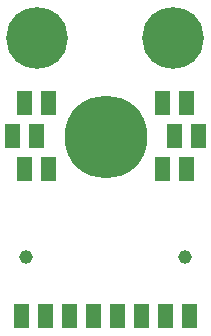
<source format=gbr>
G04 start of page 8 for group -4063 idx -4063 *
G04 Title: (unknown), componentmask *
G04 Creator: pcb 20110918 *
G04 CreationDate: Thu Dec  5 20:49:14 2013 UTC *
G04 For: fosse *
G04 Format: Gerber/RS-274X *
G04 PCB-Dimensions: 600000 500000 *
G04 PCB-Coordinate-Origin: lower left *
%MOIN*%
%FSLAX25Y25*%
%LNTOPMASK*%
%ADD60R,0.0500X0.0500*%
%ADD59C,0.0454*%
%ADD58C,0.2760*%
%ADD57C,0.2060*%
G54D57*X87000Y381000D03*
X132500D03*
G54D58*X110000Y348000D03*
G54D59*X136575Y308205D03*
X83425D03*
G54D60*X82000Y290000D02*Y287000D01*
X90000Y290000D02*Y287000D01*
X98000Y290000D02*Y287000D01*
X91000Y339000D02*Y336000D01*
X83000Y361000D02*Y358000D01*
X91000Y361000D02*Y358000D01*
X87000Y350000D02*Y347000D01*
X79000Y350000D02*Y347000D01*
X83000Y339000D02*Y336000D01*
X106000Y290000D02*Y287000D01*
X114000Y290000D02*Y287000D01*
X122000Y290000D02*Y287000D01*
X130000Y290000D02*Y287000D01*
X138000Y290000D02*Y287000D01*
X137000Y339000D02*Y336000D01*
X133000Y350000D02*Y347000D01*
X141000Y350000D02*Y347000D01*
X137000Y361000D02*Y358000D01*
X129000Y361000D02*Y358000D01*
Y339000D02*Y336000D01*
M02*

</source>
